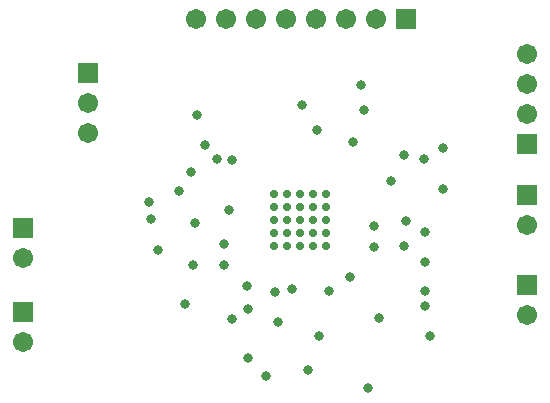
<source format=gbr>
%TF.GenerationSoftware,Altium Limited,Altium Designer,22.9.1 (49)*%
G04 Layer_Color=16711935*
%FSLAX45Y45*%
%MOMM*%
%TF.SameCoordinates,B14F6F0A-716E-4177-8A15-EB0EAC97BD69*%
%TF.FilePolarity,Negative*%
%TF.FileFunction,Soldermask,Bot*%
%TF.Part,Single*%
G01*
G75*
%TA.AperFunction,ComponentPad*%
%ADD23R,1.70320X1.70320*%
%ADD24C,1.70320*%
%ADD25R,1.70320X1.70320*%
%TA.AperFunction,ViaPad*%
%ADD26C,0.83820*%
%ADD27C,0.70320*%
D23*
X825500Y3314700D02*
D03*
X4546600Y1524000D02*
D03*
Y2286000D02*
D03*
X279400Y2006600D02*
D03*
Y1295400D02*
D03*
X4546600Y2717800D02*
D03*
D24*
X825500Y3060700D02*
D03*
Y2806700D02*
D03*
X4546600Y1270000D02*
D03*
Y2032000D02*
D03*
X279400Y1752600D02*
D03*
Y1041400D02*
D03*
X3263900Y3771900D02*
D03*
X3009900D02*
D03*
X2755900D02*
D03*
X2501900D02*
D03*
X2247900D02*
D03*
X1993900D02*
D03*
X1739900D02*
D03*
X4546600Y3479800D02*
D03*
Y3225800D02*
D03*
Y2971800D02*
D03*
D25*
X3517900Y3771900D02*
D03*
D26*
X1752600Y2959100D02*
D03*
X3136900Y3213100D02*
D03*
X3835400Y2679700D02*
D03*
Y2336800D02*
D03*
X3682200Y1969300D02*
D03*
X3683000Y1714500D02*
D03*
Y1473200D02*
D03*
X3682200Y1345400D02*
D03*
X3721100Y1092200D02*
D03*
X2336800Y749300D02*
D03*
X2184400Y901700D02*
D03*
X1651000Y1358900D02*
D03*
X1422400Y1816100D02*
D03*
X1358900Y2082800D02*
D03*
X1347000Y2223300D02*
D03*
X2641600Y3048000D02*
D03*
X2767800Y2832900D02*
D03*
X1816100Y2705100D02*
D03*
X2044700Y2578100D02*
D03*
X3161500Y3009100D02*
D03*
X3073400Y2730500D02*
D03*
X1981200Y1866900D02*
D03*
X2021700Y2157920D02*
D03*
X1738300Y2046300D02*
D03*
X3517100Y2069300D02*
D03*
X1981200Y1689100D02*
D03*
X2044700Y1231900D02*
D03*
X3670300Y2590800D02*
D03*
X3251200Y2019300D02*
D03*
X3390900Y2400300D02*
D03*
X3504400Y2628100D02*
D03*
X3251200Y1841500D02*
D03*
X3504400Y1853400D02*
D03*
X2870200Y1473200D02*
D03*
X2413000Y1460500D02*
D03*
X2556140Y1490003D02*
D03*
X2439200Y1207300D02*
D03*
X2185200Y1321600D02*
D03*
X2171700Y1511300D02*
D03*
X2687300Y807700D02*
D03*
X3200400Y647700D02*
D03*
X2780500Y1093000D02*
D03*
X3288500Y1245400D02*
D03*
X3048000Y1587500D02*
D03*
X1715300Y1689900D02*
D03*
X1601000Y2323300D02*
D03*
X1701800Y2476500D02*
D03*
X1918500Y2590000D02*
D03*
D27*
X2399900Y2293700D02*
D03*
X2509900D02*
D03*
X2619900D02*
D03*
X2729900D02*
D03*
X2839900D02*
D03*
X2399900Y2183700D02*
D03*
X2509900D02*
D03*
X2619900D02*
D03*
X2729900D02*
D03*
X2839900D02*
D03*
X2399900Y2073700D02*
D03*
X2509900D02*
D03*
X2619900D02*
D03*
X2729900D02*
D03*
X2839900D02*
D03*
X2399900Y1963700D02*
D03*
X2509900D02*
D03*
X2619900D02*
D03*
X2729900D02*
D03*
X2839900D02*
D03*
X2399900Y1853700D02*
D03*
X2509900D02*
D03*
X2619900D02*
D03*
X2729900D02*
D03*
X2839900D02*
D03*
%TF.MD5,c9c2847d34a6c004c43fc334116fbd69*%
M02*

</source>
